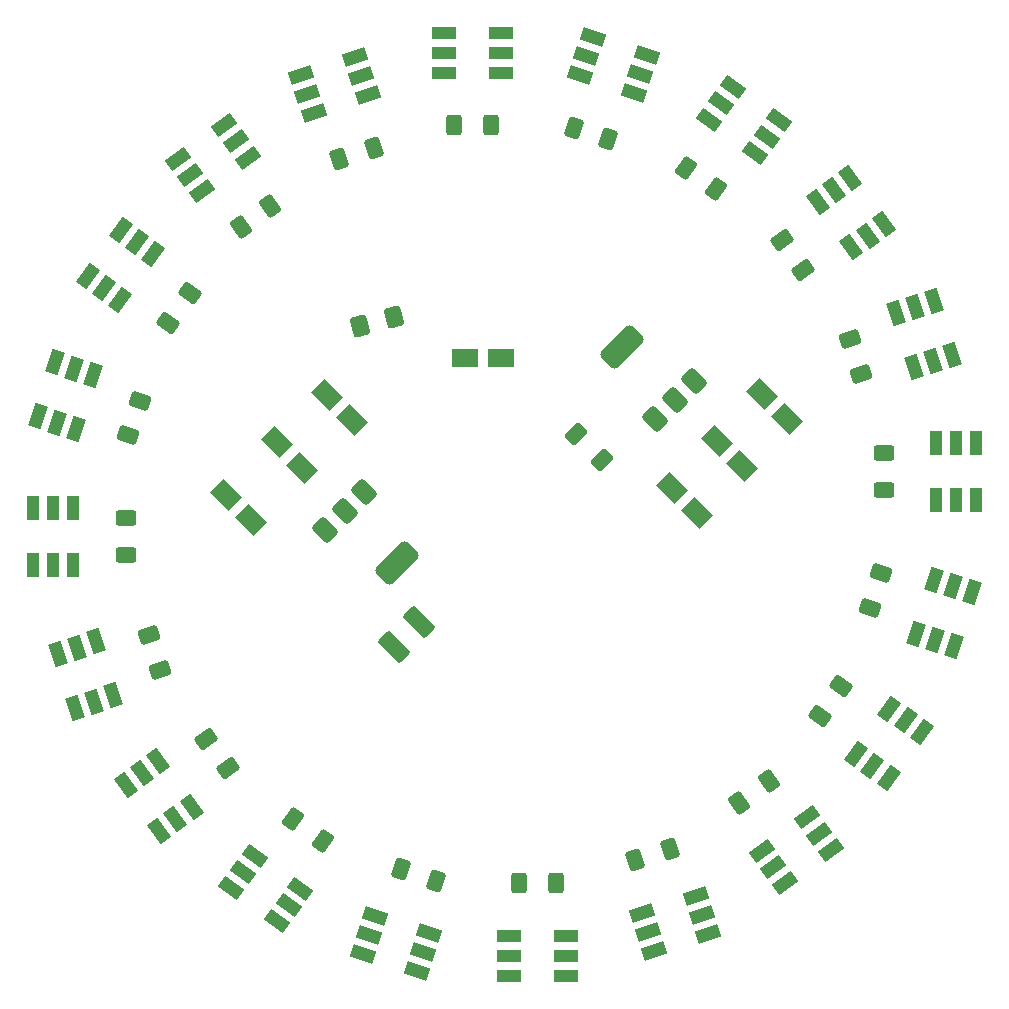
<source format=gbr>
%TF.GenerationSoftware,KiCad,Pcbnew,8.0.4*%
%TF.CreationDate,2024-07-23T01:00:19-04:00*%
%TF.ProjectId,esp32-wroom-table-lights,65737033-322d-4777-926f-6f6d2d746162,rev?*%
%TF.SameCoordinates,Original*%
%TF.FileFunction,Paste,Top*%
%TF.FilePolarity,Positive*%
%FSLAX46Y46*%
G04 Gerber Fmt 4.6, Leading zero omitted, Abs format (unit mm)*
G04 Created by KiCad (PCBNEW 8.0.4) date 2024-07-23 01:00:19*
%MOMM*%
%LPD*%
G01*
G04 APERTURE LIST*
G04 Aperture macros list*
%AMRoundRect*
0 Rectangle with rounded corners*
0 $1 Rounding radius*
0 $2 $3 $4 $5 $6 $7 $8 $9 X,Y pos of 4 corners*
0 Add a 4 corners polygon primitive as box body*
4,1,4,$2,$3,$4,$5,$6,$7,$8,$9,$2,$3,0*
0 Add four circle primitives for the rounded corners*
1,1,$1+$1,$2,$3*
1,1,$1+$1,$4,$5*
1,1,$1+$1,$6,$7*
1,1,$1+$1,$8,$9*
0 Add four rect primitives between the rounded corners*
20,1,$1+$1,$2,$3,$4,$5,0*
20,1,$1+$1,$4,$5,$6,$7,0*
20,1,$1+$1,$6,$7,$8,$9,0*
20,1,$1+$1,$8,$9,$2,$3,0*%
%AMRotRect*
0 Rectangle, with rotation*
0 The origin of the aperture is its center*
0 $1 length*
0 $2 width*
0 $3 Rotation angle, in degrees counterclockwise*
0 Add horizontal line*
21,1,$1,$2,0,0,$3*%
G04 Aperture macros list end*
%ADD10RoundRect,0.250000X-0.724784X-0.159099X-0.159099X-0.724784X0.724784X0.159099X0.159099X0.724784X0*%
%ADD11RoundRect,0.250001X0.433103X-1.087175X1.087175X-0.433103X-0.433103X1.087175X-1.087175X0.433103X0*%
%ADD12RoundRect,0.250000X0.187287X0.718017X-0.573558X0.470804X-0.187287X-0.718017X0.573558X-0.470804X0*%
%ADD13RotRect,2.200000X1.600000X135.000000*%
%ADD14RoundRect,0.250000X-0.470804X0.573558X-0.718017X-0.187287X0.470804X-0.573558X0.718017X0.187287X0*%
%ADD15RoundRect,0.250001X0.284978X0.723406X-0.608501X0.483999X-0.284978X-0.723406X0.608501X-0.483999X0*%
%ADD16RotRect,1.100000X2.000000X198.000000*%
%ADD17RoundRect,0.250000X-0.270522X0.690973X-0.740750X0.043759X0.270522X-0.690973X0.740750X-0.043759X0*%
%ADD18RoundRect,0.250000X0.690973X0.270522X0.043759X0.740750X-0.690973X-0.270522X-0.043759X-0.740750X0*%
%ADD19RoundRect,0.250000X-0.740750X-0.043759X-0.270522X-0.690973X0.740750X0.043759X0.270522X0.690973X0*%
%ADD20RoundRect,0.250000X-0.718017X0.187287X-0.470804X-0.573558X0.718017X-0.187287X0.470804X0.573558X0*%
%ADD21RoundRect,0.250000X-0.043759X0.740750X-0.690973X0.270522X0.043759X-0.740750X0.690973X-0.270522X0*%
%ADD22RoundRect,0.250000X0.043759X-0.740750X0.690973X-0.270522X-0.043759X0.740750X-0.690973X0.270522X0*%
%ADD23RoundRect,0.250000X0.400000X0.625000X-0.400000X0.625000X-0.400000X-0.625000X0.400000X-0.625000X0*%
%ADD24RoundRect,0.250000X-0.625000X0.400000X-0.625000X-0.400000X0.625000X-0.400000X0.625000X0.400000X0*%
%ADD25RoundRect,0.250000X0.573558X0.470804X-0.187287X0.718017X-0.573558X-0.470804X0.187287X-0.718017X0*%
%ADD26R,2.000000X1.100000*%
%ADD27RoundRect,0.250000X0.270522X-0.690973X0.740750X-0.043759X-0.270522X0.690973X-0.740750X0.043759X0*%
%ADD28RotRect,2.200000X1.600000X315.000000*%
%ADD29RoundRect,0.250000X-0.187287X-0.718017X0.573558X-0.470804X0.187287X0.718017X-0.573558X0.470804X0*%
%ADD30RoundRect,0.250000X-0.400000X-0.625000X0.400000X-0.625000X0.400000X0.625000X-0.400000X0.625000X0*%
%ADD31RotRect,1.100000X2.000000X126.000000*%
%ADD32RoundRect,0.250000X-0.573558X-0.470804X0.187287X-0.718017X0.573558X0.470804X-0.187287X0.718017X0*%
%ADD33RotRect,1.100000X2.000000X54.000000*%
%ADD34R,1.100000X2.000000*%
%ADD35RotRect,1.100000X2.000000X36.000000*%
%ADD36RotRect,1.100000X2.000000X306.000000*%
%ADD37RotRect,1.100000X2.000000X342.000000*%
%ADD38RoundRect,0.250000X-0.690973X-0.270522X-0.043759X-0.740750X0.690973X0.270522X0.043759X0.740750X0*%
%ADD39RoundRect,0.250000X0.470804X-0.573558X0.718017X0.187287X-0.470804X0.573558X-0.718017X-0.187287X0*%
%ADD40RoundRect,0.500000X1.343503X0.636396X0.636396X1.343503X-1.343503X-0.636396X-0.636396X-1.343503X0*%
%ADD41RoundRect,0.375000X0.707107X-0.176777X-0.176777X0.707107X-0.707107X0.176777X0.176777X-0.707107X0*%
%ADD42RotRect,1.100000X2.000000X18.000000*%
%ADD43RotRect,1.100000X2.000000X324.000000*%
%ADD44RoundRect,0.250000X0.625000X-0.400000X0.625000X0.400000X-0.625000X0.400000X-0.625000X-0.400000X0*%
%ADD45RotRect,1.100000X2.000000X72.000000*%
%ADD46RotRect,1.100000X2.000000X216.000000*%
%ADD47RoundRect,0.250000X0.740750X0.043759X0.270522X0.690973X-0.740750X-0.043759X-0.270522X-0.690973X0*%
%ADD48RotRect,1.100000X2.000000X144.000000*%
%ADD49RotRect,1.100000X2.000000X252.000000*%
%ADD50RotRect,1.100000X2.000000X288.000000*%
%ADD51RotRect,1.100000X2.000000X108.000000*%
%ADD52R,2.200000X1.600000*%
%ADD53RoundRect,0.250000X0.718017X-0.187287X0.470804X0.573558X-0.718017X0.187287X-0.470804X-0.573558X0*%
%ADD54RoundRect,0.375000X-0.707107X0.176777X0.176777X-0.707107X0.707107X-0.176777X-0.176777X0.707107X0*%
%ADD55RoundRect,0.500000X-1.343503X-0.636396X-0.636396X-1.343503X1.343503X0.636396X0.636396X1.343503X0*%
%ADD56RotRect,1.100000X2.000000X234.000000*%
%ADD57RotRect,1.100000X2.000000X162.000000*%
G04 APERTURE END LIST*
D10*
%TO.C,R2*%
X106003984Y-93853984D03*
X108196016Y-96046016D03*
%TD*%
D11*
%TO.C,D2*%
X90648179Y-111901822D03*
X92751821Y-109798178D03*
%TD*%
D12*
%TO.C,R1*%
X114008989Y-129000141D03*
X111060713Y-129958093D03*
%TD*%
D13*
%TO.C,C7*%
X78510660Y-101110660D03*
X76389340Y-98989340D03*
%TD*%
D14*
%TO.C,R1*%
X131857687Y-105629902D03*
X130899735Y-108578178D03*
%TD*%
D15*
%TO.C,D1*%
X90586815Y-83915006D03*
X87713185Y-84684994D03*
%TD*%
D16*
%TO.C,D3*%
X63625262Y-117033900D03*
X65242058Y-116508571D03*
X66858854Y-115983242D03*
X65375572Y-111418170D03*
X63758776Y-111943499D03*
X62141980Y-112468828D03*
%TD*%
D17*
%TO.C,R1*%
X128496922Y-115189134D03*
X126674788Y-117697086D03*
%TD*%
D18*
%TO.C,R1*%
X84610866Y-128296922D03*
X82102914Y-126474788D03*
%TD*%
D19*
%TO.C,R1*%
X123441969Y-77453321D03*
X125264103Y-79961273D03*
%TD*%
D20*
%TO.C,R1*%
X129200141Y-85791011D03*
X130158093Y-88739287D03*
%TD*%
D21*
%TO.C,R1*%
X122346679Y-123241969D03*
X119838727Y-125064103D03*
%TD*%
D22*
%TO.C,R1*%
X77653321Y-76358031D03*
X80161273Y-74535897D03*
%TD*%
D23*
%TO.C,R1*%
X104300000Y-131900000D03*
X101200000Y-131900000D03*
%TD*%
D24*
%TO.C,R1*%
X132100000Y-95500000D03*
X132100000Y-98600000D03*
%TD*%
D25*
%TO.C,R1*%
X94170098Y-131657687D03*
X91221822Y-130699735D03*
%TD*%
D26*
%TO.C,D3*%
X105150000Y-139720000D03*
X105150000Y-138020000D03*
X105150000Y-136320000D03*
X100350000Y-136320000D03*
X100350000Y-138020000D03*
X100350000Y-139720000D03*
%TD*%
D27*
%TO.C,R1*%
X71503078Y-84410866D03*
X73325212Y-81902914D03*
%TD*%
D28*
%TO.C,C5*%
X116310660Y-100510660D03*
X114189340Y-98389340D03*
%TD*%
D29*
%TO.C,R1*%
X85991011Y-70599859D03*
X88939287Y-69641907D03*
%TD*%
D30*
%TO.C,R1*%
X95700000Y-67700000D03*
X98800000Y-67700000D03*
%TD*%
D31*
%TO.C,D3*%
X72369175Y-70531136D03*
X73368410Y-71906465D03*
X74367645Y-73281793D03*
X78250927Y-70460424D03*
X77251692Y-69085095D03*
X76252457Y-67709767D03*
%TD*%
D32*
%TO.C,R1*%
X105829902Y-67942313D03*
X108778178Y-68900265D03*
%TD*%
D33*
%TO.C,D3*%
X119297950Y-64476948D03*
X118298715Y-65852276D03*
X117299480Y-67227605D03*
X121182762Y-70048974D03*
X122181997Y-68673646D03*
X123181232Y-67298317D03*
%TD*%
D34*
%TO.C,D3*%
X60080000Y-104950000D03*
X61780000Y-104950000D03*
X63480000Y-104950000D03*
X63480000Y-100150000D03*
X61780000Y-100150000D03*
X60080000Y-100150000D03*
%TD*%
D35*
%TO.C,D3*%
X129268864Y-72169175D03*
X127893535Y-73168410D03*
X126518207Y-74167645D03*
X129339576Y-78050927D03*
X130714905Y-77051692D03*
X132090233Y-76052457D03*
%TD*%
D36*
%TO.C,D3*%
X127630825Y-129068864D03*
X126631590Y-127693535D03*
X125632355Y-126318207D03*
X121749073Y-129139576D03*
X122748308Y-130514905D03*
X123747543Y-131890233D03*
%TD*%
D28*
%TO.C,C2*%
X123910660Y-92610660D03*
X121789340Y-90489340D03*
%TD*%
D37*
%TO.C,D3*%
X139557614Y-107238017D03*
X137940818Y-106712688D03*
X136324022Y-106187359D03*
X134840740Y-110752431D03*
X136457536Y-111277760D03*
X138074332Y-111803089D03*
%TD*%
D38*
%TO.C,R1*%
X115389134Y-71303078D03*
X117897086Y-73125212D03*
%TD*%
D39*
%TO.C,R1*%
X68142313Y-93970098D03*
X69100265Y-91021822D03*
%TD*%
D40*
%TO.C,U2*%
X109922614Y-86522614D03*
D41*
X116003732Y-89351041D03*
X114377386Y-90977386D03*
X112751041Y-92603732D03*
%TD*%
D42*
%TO.C,D3*%
X136374738Y-82566100D03*
X134757942Y-83091429D03*
X133141146Y-83616758D03*
X134624428Y-88181830D03*
X136241224Y-87656501D03*
X137858020Y-87131172D03*
%TD*%
D43*
%TO.C,D3*%
X135323052Y-119097950D03*
X133947724Y-118098715D03*
X132572395Y-117099480D03*
X129751026Y-120982762D03*
X131126354Y-121981997D03*
X132501683Y-122981232D03*
%TD*%
D44*
%TO.C,R1*%
X67900000Y-104100000D03*
X67900000Y-101000000D03*
%TD*%
D45*
%TO.C,D3*%
X107438017Y-60242386D03*
X106912688Y-61859182D03*
X106387359Y-63475978D03*
X110952431Y-64959260D03*
X111477760Y-63342464D03*
X112003089Y-61725668D03*
%TD*%
D13*
%TO.C,C3*%
X87088046Y-92638046D03*
X84966726Y-90516726D03*
%TD*%
D46*
%TO.C,D3*%
X70731136Y-127430825D03*
X72106465Y-126431590D03*
X73481793Y-125432355D03*
X70660424Y-121549073D03*
X69285095Y-122548308D03*
X67909767Y-123547543D03*
%TD*%
D47*
%TO.C,R1*%
X76558031Y-122146679D03*
X74735897Y-119638727D03*
%TD*%
D48*
%TO.C,D3*%
X64676948Y-80502050D03*
X66052276Y-81501285D03*
X67427605Y-82500520D03*
X70248974Y-78617238D03*
X68873646Y-77618003D03*
X67498317Y-76618768D03*
%TD*%
D49*
%TO.C,D3*%
X92561983Y-139357614D03*
X93087312Y-137740818D03*
X93612641Y-136124022D03*
X89047569Y-134640740D03*
X88522240Y-136257536D03*
X87996911Y-137874332D03*
%TD*%
D28*
%TO.C,C4*%
X120110660Y-96560660D03*
X117989340Y-94439340D03*
%TD*%
D13*
%TO.C,C6*%
X82838046Y-96688046D03*
X80716726Y-94566726D03*
%TD*%
D50*
%TO.C,D3*%
X117233900Y-136174738D03*
X116708571Y-134557942D03*
X116183242Y-132941146D03*
X111618170Y-134424428D03*
X112143499Y-136041224D03*
X112668828Y-137658020D03*
%TD*%
D51*
%TO.C,D3*%
X82766100Y-63425262D03*
X83291429Y-65042058D03*
X83816758Y-66658854D03*
X88381830Y-65175572D03*
X87856501Y-63558776D03*
X87331172Y-61941980D03*
%TD*%
D52*
%TO.C,C1*%
X96650000Y-87450000D03*
X99650000Y-87450000D03*
%TD*%
D53*
%TO.C,R1*%
X70799859Y-113808989D03*
X69841907Y-110860713D03*
%TD*%
D34*
%TO.C,D3*%
X139920000Y-94650000D03*
X138220000Y-94650000D03*
X136520000Y-94650000D03*
X136520000Y-99450000D03*
X138220000Y-99450000D03*
X139920000Y-99450000D03*
%TD*%
D54*
%TO.C,U3*%
X88076345Y-98723654D03*
X86450000Y-100350000D03*
X84823654Y-101976345D03*
D55*
X90904772Y-104804772D03*
%TD*%
D56*
%TO.C,D3*%
X80702050Y-135123052D03*
X81701285Y-133747724D03*
X82700520Y-132372395D03*
X78817238Y-129551026D03*
X77818003Y-130926354D03*
X76818768Y-132301683D03*
%TD*%
D57*
%TO.C,D3*%
X60442386Y-92361983D03*
X62059182Y-92887312D03*
X63675978Y-93412641D03*
X65159260Y-88847569D03*
X63542464Y-88322240D03*
X61925668Y-87796911D03*
%TD*%
D26*
%TO.C,D3*%
X94850000Y-59880000D03*
X94850000Y-61580000D03*
X94850000Y-63280000D03*
X99650000Y-63280000D03*
X99650000Y-61580000D03*
X99650000Y-59880000D03*
%TD*%
M02*

</source>
